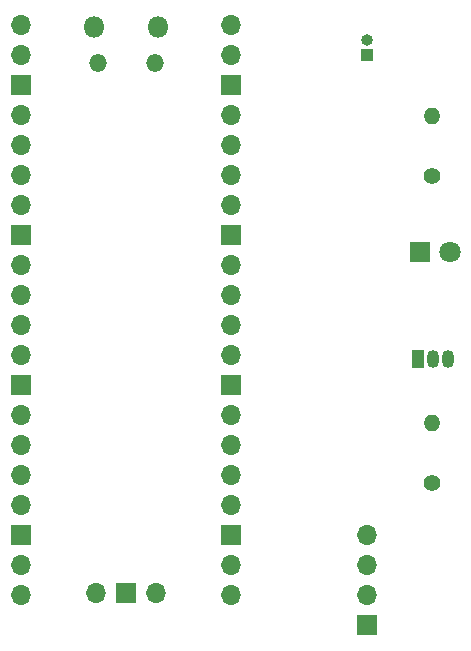
<source format=gbr>
%TF.GenerationSoftware,KiCad,Pcbnew,8.0.0*%
%TF.CreationDate,2024-03-27T17:11:43-03:00*%
%TF.ProjectId,ponderada_semana_8,706f6e64-6572-4616-9461-5f73656d616e,rev?*%
%TF.SameCoordinates,Original*%
%TF.FileFunction,Soldermask,Bot*%
%TF.FilePolarity,Negative*%
%FSLAX46Y46*%
G04 Gerber Fmt 4.6, Leading zero omitted, Abs format (unit mm)*
G04 Created by KiCad (PCBNEW 8.0.0) date 2024-03-27 17:11:43*
%MOMM*%
%LPD*%
G01*
G04 APERTURE LIST*
%ADD10O,1.700000X1.700000*%
%ADD11R,1.700000X1.700000*%
%ADD12O,1.800000X1.800000*%
%ADD13O,1.500000X1.500000*%
%ADD14O,1.400000X1.400000*%
%ADD15C,1.400000*%
%ADD16O,1.050000X1.500000*%
%ADD17R,1.050000X1.500000*%
%ADD18O,1.000000X1.000000*%
%ADD19R,1.000000X1.000000*%
%ADD20R,1.800000X1.800000*%
%ADD21C,1.800000*%
G04 APERTURE END LIST*
D10*
%TO.C,U1*%
X70150000Y-107310000D03*
D11*
X67610000Y-107310000D03*
D10*
X65070000Y-107310000D03*
X76500000Y-59280000D03*
X76500000Y-61820000D03*
D11*
X76500000Y-64360000D03*
D10*
X76500000Y-66900000D03*
X76500000Y-69440000D03*
X76500000Y-71980000D03*
X76500000Y-74520000D03*
D11*
X76500000Y-77060000D03*
D10*
X76500000Y-79600000D03*
X76500000Y-82140000D03*
X76500000Y-84680000D03*
X76500000Y-87220000D03*
D11*
X76500000Y-89760000D03*
D10*
X76500000Y-92300000D03*
X76500000Y-94840000D03*
X76500000Y-97380000D03*
X76500000Y-99920000D03*
D11*
X76500000Y-102460000D03*
D10*
X76500000Y-105000000D03*
X76500000Y-107540000D03*
X58720000Y-107540000D03*
X58720000Y-105000000D03*
D11*
X58720000Y-102460000D03*
D10*
X58720000Y-99920000D03*
X58720000Y-97380000D03*
X58720000Y-94840000D03*
X58720000Y-92300000D03*
D11*
X58720000Y-89760000D03*
D10*
X58720000Y-87220000D03*
X58720000Y-84680000D03*
X58720000Y-82140000D03*
X58720000Y-79600000D03*
D11*
X58720000Y-77060000D03*
D10*
X58720000Y-74520000D03*
X58720000Y-71980000D03*
X58720000Y-69440000D03*
X58720000Y-66900000D03*
D11*
X58720000Y-64360000D03*
D10*
X58720000Y-61820000D03*
X58720000Y-59280000D03*
D12*
X70335000Y-59410000D03*
D13*
X70035000Y-62440000D03*
X65185000Y-62440000D03*
D12*
X64885000Y-59410000D03*
%TD*%
D14*
%TO.C,R2*%
X93500000Y-66960000D03*
D15*
X93500000Y-72040000D03*
%TD*%
%TO.C,R1*%
X93460000Y-98000000D03*
D14*
X93460000Y-92920000D03*
%TD*%
D16*
%TO.C,Q1*%
X94840000Y-87500000D03*
X93570000Y-87500000D03*
D17*
X92300000Y-87500000D03*
%TD*%
D18*
%TO.C,Pinos1*%
X88000000Y-60500000D03*
D19*
X88000000Y-61770000D03*
%TD*%
D11*
%TO.C,J1*%
X88000000Y-110080000D03*
D10*
X88000000Y-107540000D03*
X88000000Y-105000000D03*
X88000000Y-102460000D03*
%TD*%
D20*
%TO.C,D1*%
X92460000Y-78500000D03*
D21*
X95000000Y-78500000D03*
%TD*%
M02*

</source>
